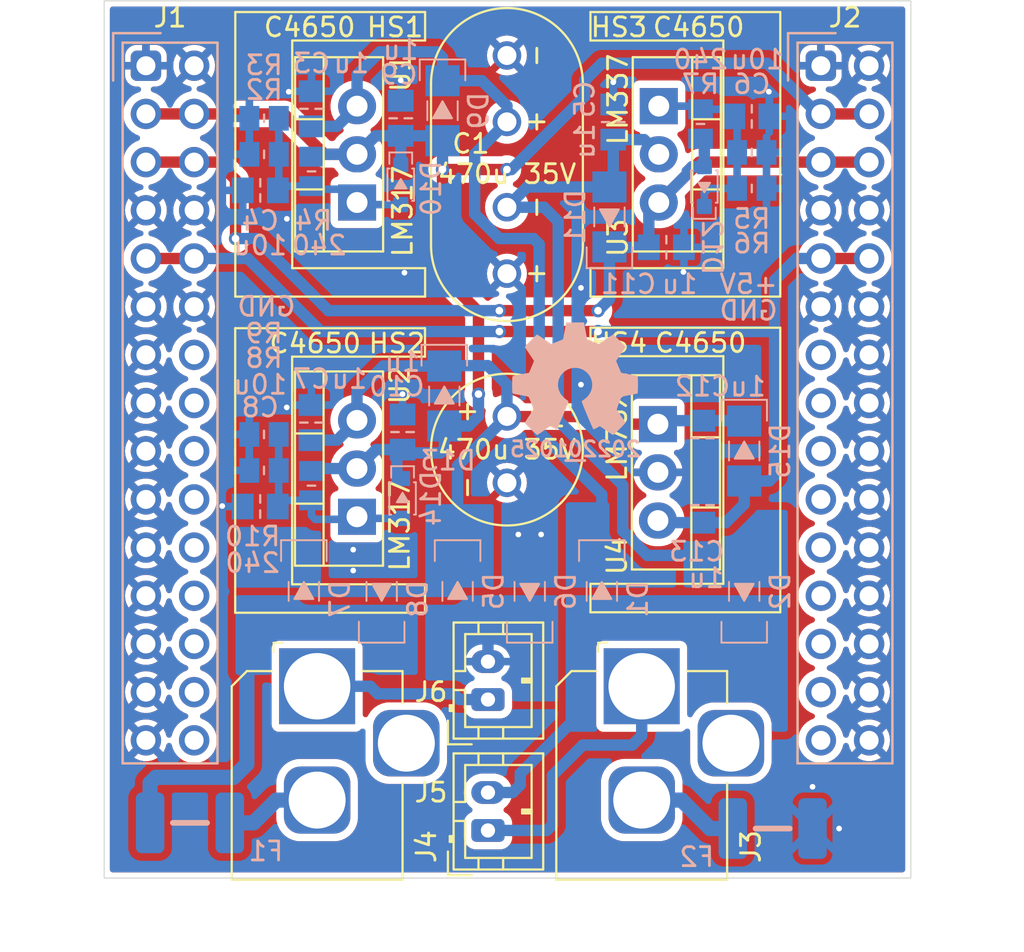
<source format=kicad_pcb>
(kicad_pcb (version 20221018) (generator pcbnew)
  (layers (0 "F.Cu" signal) (31 "B.Cu" signal) (34 "B.Paste" user) (35 "F.Paste" user) (36 "B.SilkS" user "B.Silkscreen") (37 "F.SilkS" user "F.Silkscreen") (38 "B.Mask" user) (39 "F.Mask" user) (44 "Edge.Cuts" user))
  (net 0 "")
  (net 1 "GND")
  (net 2 "/+5V")
  (net 3 "Net-(D10-A)")
  (net 4 "Net-(D14-A)")
  (net 18 "/AC1_PHASE")
  (net 19 "/AC2_PHASE")
  (net 20 "/AC2_NEUT")
  (net 21 "/DC2")
  (net 24 "/DC1p")
  (net 25 "/DC1n")
  (net 26 "/AC1_PHASE_IN")
  (net 27 "/AC2_PHASE_IN")
  (net 31 "/V+A")
  (net 32 "/V-A")
  (net 35 "Net-(D12-K)")
  (net 36 "Net-(F1-Pad1)")
  (net 37 "Net-(F2-Pad1)")
  (footprint "SquantorIC:TO-220-3_Vertical" (layer "F.Cu") (at 171.755 93.825 -90)
    (fp_text reference "U4")
    (fp_text value "LM78XX")
  )
  (footprint "SquantorConnectors:BarrelJack_Horizontal_Holed" (layer "F.Cu") (at 170.9 105.1 90)
    (fp_text reference "J3")
    (fp_text value "Jack-DC")
  )
  (footprint "SquantorConnectors:BarrelJack_Horizontal_Holed" (layer "F.Cu") (at 153.8 105.1 90)
    (fp_text reference "J4")
    (fp_text value "Jack-DC")
  )
  (footprint "SquantorIC:TO-220-3_Vertical" (layer "F.Cu") (at 171.8 77.06 -90)
    (fp_text reference "U3")
    (fp_text value "LM337")
  )
  (footprint "SquantorHeatsink:XSD_C4650" (layer "F.Cu") (at 154.4825 93.725 -90)
    (fp_text reference "HS2")
    (fp_text value "C4650")
  )
  (footprint "SquantorHeatsink:XSD_C4650" (layer "F.Cu") (at 154.4875 77.06 -90)
    (fp_text reference "HS1")
    (fp_text value "C4650")
  )
  (footprint "SquantorRcl:C-035-080-elco" (layer "F.Cu") (at 163.8 92.625 -90)
    (fp_text reference "C2")
    (fp_text value "470u 35V")
  )
  (footprint "SquantorIC:TO-220-3_Vertical" (layer "F.Cu") (at 155.905 77.06 90)
    (fp_text reference "U1")
    (fp_text value "LM317")
  )
  (footprint "SquantorHeatsink:XSD_C4650" (layer "F.Cu") (at 173.2 93.7 90)
    (fp_text reference "HS4")
    (fp_text value "C4650")
  )
  (footprint "SquantorHeatsink:XSD_C4650" (layer "F.Cu") (at 173.2 77.06 90)
    (fp_text reference "HS3")
    (fp_text value "C4650")
  )
  (footprint "SquantorRcl:Cx3-035-080-elco" (layer "F.Cu") (at 163.8 77.6 90)
    (fp_text reference "C1")
    (fp_text value "470u 35V")
  )
  (footprint "SquantorConnectorsNamed:module_2x15_right" (layer "F.Cu") (at 181.61 90.17)
    (fp_text reference "J2")
    (fp_text value "module_2x15_right_input")
  )
  (footprint "Connector_JST:JST_PH_B2B-PH-K_1x02_P2.00mm_Vertical" (layer "F.Cu") (at 162.8 112.7 90)
    (fp_text reference "J5")
    (fp_text value "Conn_01x02")
  )
  (footprint "Connector_JST:JST_PH_B2B-PH-K_1x02_P2.00mm_Vertical" (layer "F.Cu") (at 162.8 105.8 90)
    (fp_text reference "J6")
    (fp_text value "Conn_01x02")
  )
  (footprint "SquantorIC:TO-220-3_Vertical" (layer "F.Cu") (at 155.9 93.625 90)
    (fp_text reference "U2")
    (fp_text value "LM317")
  )
  (footprint "SquantorConnectorsNamed:module_2x15_left" (layer "F.Cu") (at 146.05 90.17)
    (fp_text reference "J1")
    (fp_text value "module_2x15_left_input")
  )
  (footprint "SquantorLabels:Label_Generic" (layer "B.Cu") (at 167.4 92.6 180)
    (fp_text reference "N1" hide)
    (fp_text value "202201025")
  )
  (footprint "Symbol:OSHW-Symbol_6.7x6mm_SilkScreen" (layer "B.Cu") (at 167.4 88.9 180)
    (fp_text reference "N2" hide)
    (fp_text value "OHWLOGO" hide)
  )
  (footprint "SquantorRcl:R_0805+0603" (layer "B.Cu") (at 151 93.725 180)
    (fp_text reference "R8")
    (fp_text value "R")
  )
  (footprint "SquantorRcl:C_0805+0603" (layer "B.Cu") (at 158.3 91.7 90)
    (fp_text reference "C10")
    (fp_text value "1u")
  )
  (footprint "SquantorRcl:C_0805+0603" (layer "B.Cu") (at 174.1 92.025 -90)
    (fp_text reference "C12")
    (fp_text value "1u")
  )
  (footprint "SquantorRcl:R_0805+0603" (layer "B.Cu") (at 151.005 77.06 180)
    (fp_text reference "R2")
    (fp_text value "R")
  )
  (footprint "SquantorRcl:F_1812-bourns" (layer "B.Cu") (at 177.8 112.6)
    (fp_text reference "F2")
    (fp_text value "Fuse")
  )
  (footprint "SquantorRcl:C_0805+0603" (layer "B.Cu") (at 158.205 75.16 90)
    (fp_text reference "C9")
    (fp_text value "1u")
  )
  (footprint "SquantorDiodes:SOD-123F-hand" (layer "B.Cu") (at 153.1 100.1 -90)
    (fp_text reference "D7")
    (fp_text value "D")
  )
  (footprint "SquantorDiodes:SOD-123F-hand" (layer "B.Cu") (at 176.3 100.1 90)
    (fp_text reference "D2")
    (fp_text value "D")
  )
  (footprint "SquantorDiodes:SOD-123F-hand" (layer "B.Cu") (at 169.2 80.36 90)
    (fp_text reference "D11")
    (fp_text value "D")
  )
  (footprint "SquantorRcl:C_0805+0603" (layer "B.Cu") (at 169.4 75.36 90)
    (fp_text reference "C5")
    (fp_text value "1u")
  )
  (footprint "SquantorRcl:R_0805+0603" (layer "B.Cu") (at 176.7 76.96)
    (fp_text reference "R5")
    (fp_text value "R")
  )
  (footprint "SquantorDiodes:SOD-323-nexperia-hand" (layer "B.Cu") (at 158.205 78.66 -90)
    (fp_text reference "D10")
    (fp_text value "D")
  )
  (footprint "SquantorDiodes:SOD-123F-hand" (layer "B.Cu") (at 168.8 100.1 -90)
    (fp_text reference "D1")
    (fp_text value "D")
  )
  (footprint "SquantorRcl:R_0805+0603" (layer "B.Cu") (at 153.5 94.525 90)
    (fp_text reference "R10")
    (fp_text value "240")
  )
  (footprint "SquantorRcl:C_0805+0603" (layer "B.Cu") (at 150.8 95.625 180)
    (fp_text reference "C8")
    (fp_text value "10u")
  )
  (footprint "SquantorRcl:R_0805+0603" (layer "B.Cu") (at 151.005 75.16 180)
    (fp_text reference "R3")
    (fp_text value "R")
  )
  (footprint "SquantorRcl:C_0805+0603" (layer "B.Cu") (at 174.1 95.55 90)
    (fp_text reference "C13")
    (fp_text value "1u")
  )
  (footprint "SquantorDiodes:SOD-123F-hand" (layer "B.Cu") (at 161.2 100.1 -90)
    (fp_text reference "D5")
    (fp_text value "D")
  )
  (footprint "SquantorRcl:C_0805+0603" (layer "B.Cu") (at 150.805 78.96 180)
    (fp_text reference "C4")
    (fp_text value "10u")
  )
  (footprint "SquantorDiodes:SOD-123F-hand" (layer "B.Cu") (at 160.405 74.76 -90)
    (fp_text reference "D9")
    (fp_text value "D")
  )
  (footprint "SquantorRcl:F_1812-bourns" (layer "B.Cu") (at 147.1 112.3 180)
    (fp_text reference "F1")
    (fp_text value "Fuse")
  )
  (footprint "SquantorRcl:R_0805+0603" (layer "B.Cu") (at 174 75.46 -90)
    (fp_text reference "R7")
    (fp_text value "240")
  )
  (footprint "SquantorDiodes:SOD-123F-hand" (layer "B.Cu") (at 160.5 89.8 -90)
    (fp_text reference "D13")
    (fp_text value "D")
  )
  (footprint "SquantorDiodes:SOD-123F-hand" (layer "B.Cu") (at 165 100.1 90)
    (fp_text reference "D6")
    (fp_text value "D")
  )
  (footprint "SquantorDiodes:SOD-323-nexperia-hand" (layer "B.Cu") (at 158.3 95.2 -90)
    (fp_text reference "D14")
    (fp_text value "D")
  )
  (footprint "SquantorRcl:C_0805+0603" (layer "B.Cu") (at 153.505 74.66 90)
    (fp_text reference "C3")
    (fp_text value "1u")
  )
  (footprint "SquantorRcl:C_0805+0603" (layer "B.Cu") (at 176.7 75.06)
    (fp_text reference "C6")
    (fp_text value "10u")
  )
  (footprint "SquantorDiodes:SOD-323-nexperia-hand" (layer "B.Cu") (at 174.2 78.76 90)
    (fp_text reference "D12")
    (fp_text value "D")
  )
  (footprint "SquantorRcl:R_0805+0603" (layer "B.Cu") (at 176.7 78.86)
    (fp_text reference "R6")
    (fp_text value "R")
  )
  (footprint "SquantorRcl:C_0805+0603" (layer "B.Cu") (at 172.2 81.96)
    (fp_text reference "C11")
    (fp_text value "1u")
  )
  (footprint "SquantorRcl:R_0805+0603" (layer "B.Cu") (at 153.505 77.96 90)
    (fp_text reference "R4")
    (fp_text value "240")
  )
  (footprint "SquantorDiodes:SOD-123F-hand" (layer "B.Cu") (at 176.3 92.7 -90)
    (fp_text reference "D15")
    (fp_text value "D")
  )
  (footprint "SquantorRcl:R_0805+0603" (layer "B.Cu") (at 151 91.825 180)
    (fp_text reference "R9")
    (fp_text value "R")
  )
  (footprint "SquantorDiodes:SOD-123F-hand" (layer "B.Cu") (at 157.2 100.1 90)
    (fp_text reference "D8")
    (fp_text value "D")
  )
  (footprint "SquantorRcl:C_0805+0603" (layer "B.Cu") (at 153.5 91.2 90)
    (fp_text reference "C7")
    (fp_text value "1u")
  )
  (gr_rect (start 142.58 68.97) (end 185.08 115.21) (stroke (width 0.05)) (fill none) (layer "Edge.Cuts"))
  (via (at 158.3 89.7) (size 0.6) (drill 0.3) (layers "F.Cu" "B.Cu") (net 1))
  (via (at 169.4 73.26) (size 0.6) (drill 0.3) (layers "F.Cu" "B.Cu") (net 1))
  (via (at 158.4 83.3) (size 0.6) (drill 0.3) (layers "F.Cu" "B.Cu") (net 1))
  (via (at 167.7 89.2) (size 0.6) (drill 0.3) (layers "F.Cu" "B.Cu") (net 1))
  (via (at 158.205 73.16) (size 0.6) (drill 0.3) (layers "F.Cu" "B.Cu") (net 1))
  (via (at 165.6 97.1) (size 0.6) (drill 0.3) (layers "F.Cu" "B.Cu") (net 1))
  (via (at 155.7 99) (size 0.6) (drill 0.3) (layers "F.Cu" "B.Cu") (net 1))
  (via (at 173.1 83.26) (size 0.6) (drill 0.3) (layers "F.Cu" "B.Cu") (net 1))
  (via (at 179.9 110.4) (size 0.6) (drill 0.3) (layers "F.Cu" "B.Cu") (net 1))
  (via (at 152.305 73.76) (size 0.6) (drill 0.3) (layers "F.Cu" "B.Cu") (net 1))
  (via (at 167.7 84.1) (size 0.6) (drill 0.3) (layers "F.Cu" "B.Cu") (net 1))
  (via (at 164.4 97.1) (size 0.6) (drill 0.3) (layers "F.Cu" "B.Cu") (net 1))
  (via (at 152.2 90.4) (size 0.6) (drill 0.3) (layers "F.Cu" "B.Cu") (net 1))
  (via (at 155.7 97.9) (size 0.6) (drill 0.3) (layers "F.Cu" "B.Cu") (net 1))
  (via (at 152.205 80.46) (size 0.6) (drill 0.3) (layers "F.Cu" "B.Cu") (net 1))
  (via (at 148.8 95.6) (size 0.6) (drill 0.3) (layers "F.Cu" "B.Cu") (net 1))
  (via (at 181.3 112.6) (size 0.6) (drill 0.3) (layers "F.Cu" "B.Cu") (net 1))
  (via (at 177.6 73.76) (size 0.6) (drill 0.3) (layers "F.Cu" "B.Cu") (net 1))
  (segment (start 182.88 82.55) (end 180.34 82.55) (width 0.6) (layer "F.Cu") (net 2))
  (segment (start 168.6 86.4) (end 163.4 86.4) (width 0.6) (layer "F.Cu") (net 2))
  (segment (start 147.32 82.55) (end 144.78 82.55) (width 0.6) (layer "F.Cu") (net 2))
  (via (at 163.4 86.4) (size 0.7) (drill 0.4) (layers "F.Cu" "B.Cu") (net 2))
  (via (at 168.6 86.4) (size 0.7) (drill 0.4) (layers "F.Cu" "B.Cu") (net 2))
  (segment (start 163.4 86.4) (end 154 86.4) (width 0.6) (layer "B.Cu") (net 2))
  (segment (start 177.62 94.28) (end 177.9 94) (width 0.6) (layer "B.Cu") (net 2))
  (segment (start 174.1 96.475) (end 171.865 96.475) (width 0.6) (layer "B.Cu") (net 2))
  (segment (start 168.6 86.4) (end 177.9 86.4) (width 0.6) (layer "B.Cu") (net 2))
  (segment (start 176.3 94.28) (end 177.62 94.28) (width 0.6) (layer "B.Cu") (net 2))
  (segment (start 175.325 96.475) (end 176.3 95.5) (width 0.6) (layer "B.Cu") (net 2))
  (segment (start 177.9 83.7) (end 179.05 82.55) (width 0.6) (layer "B.Cu") (net 2))
  (segment (start 154 86.4) (end 150.15 82.55) (width 0.6) (layer "B.Cu") (net 2))
  (segment (start 177.9 94) (end 177.9 86.4) (width 0.6) (layer "B.Cu") (net 2))
  (segment (start 177.9 86.4) (end 177.9 83.7) (width 0.6) (layer "B.Cu") (net 2))
  (segment (start 150.15 82.55) (end 147.32 82.55) (width 0.6) (layer "B.Cu") (net 2))
  (segment (start 179.05 82.55) (end 180.34 82.55) (width 0.6) (layer "B.Cu") (net 2))
  (segment (start 174.1 96.475) (end 175.325 96.475) (width 0.6) (layer "B.Cu") (net 2))
  (segment (start 176.3 95.5) (end 176.3 94.28) (width 0.6) (layer "B.Cu") (net 2))
  (segment (start 171.865 96.475) (end 171.755 96.365) (width 0.6) (layer "B.Cu") (net 2))
  (segment (start 151.78 78.91) (end 151.73 78.96) (width 0.4) (layer "B.Cu") (net 3))
  (segment (start 153.67 78.9) (end 153.505 78.735) (width 0.4) (layer "B.Cu") (net 3))
  (segment (start 151.78 77.06) (end 151.78 78.91) (width 0.4) (layer "B.Cu") (net 3))
  (segment (start 153.505 78.735) (end 151.955 78.735) (width 0.4) (layer "B.Cu") (net 3))
  (segment (start 151.78 75.16) (end 151.78 77.06) (width 0.4) (layer "B.Cu") (net 3))
  (segment (start 158.205 79.71) (end 156.015 79.71) (width 0.4) (layer "B.Cu") (net 3))
  (segment (start 155.905 79.6) (end 155.205 78.9) (width 0.4) (layer "B.Cu") (net 3))
  (segment (start 151.955 78.735) (end 151.73 78.96) (width 0.4) (layer "B.Cu") (net 3))
  (segment (start 155.205 78.9) (end 153.67 78.9) (width 0.4) (layer "B.Cu") (net 3))
  (segment (start 156.015 79.71) (end 155.905 79.6) (width 0.4) (layer "B.Cu") (net 3))
  (segment (start 155.985 96.25) (end 155.9 96.165) (width 0.4) (layer "B.Cu") (net 4))
  (segment (start 155.765 96.3) (end 155.9 96.165) (width 0.4) (layer "B.Cu") (net 4))
  (segment (start 153.5 95.3) (end 152.05 95.3) (width 0.4) (layer "B.Cu") (net 4))
  (segment (start 153.5 96.1) (end 153.7 96.3) (width 0.4) (layer "B.Cu") (net 4))
  (segment (start 153.7 96.3) (end 155.765 96.3) (width 0.4) (layer "B.Cu") (net 4))
  (segment (start 151.775 95.575) (end 151.725 95.625) (width 0.4) (layer "B.Cu") (net 4))
  (segment (start 158.3 96.25) (end 155.985 96.25) (width 0.4) (layer "B.Cu") (net 4))
  (segment (start 153.5 95.3) (end 153.5 96.1) (width 0.4) (layer "B.Cu") (net 4))
  (segment (start 151.775 91.825) (end 151.775 95.575) (width 0.4) (layer "B.Cu") (net 4))
  (segment (start 152.05 95.3) (end 151.725 95.625) (width 0.4) (layer "B.Cu") (net 4))
  (segment (start 164.5 110.3) (end 164.1 110.7) (width 0.6) (layer "B.Cu") (net 18))
  (segment (start 164.1 110.7) (end 162.8 110.7) (width 0.6) (layer "B.Cu") (net 18))
  (segment (start 167.2 107) (end 164.5 109.7) (width 0.6) (layer "B.Cu") (net 18))
  (segment (start 176.3 101.68) (end 167.52 101.68) (width 0.6) (layer "B.Cu") (net 18))
  (segment (start 164.5 109.7) (end 164.5 110.3) (width 0.6) (layer "B.Cu") (net 18))
  (segment (start 167.52 101.68) (end 167.2 102) (width 0.6) (layer "B.Cu") (net 18))
  (segment (start 167.2 102) (end 167.2 107) (width 0.6) (layer "B.Cu") (net 18))
  (segment (start 162.8 103.8) (end 162.8 101.78) (width 0.6) (layer "B.Cu") (net 19))
  (segment (start 162.7 101.68) (end 165 101.68) (width 0.6) (layer "B.Cu") (net 19))
  (segment (start 162.8 101.78) (end 162.7 101.68) (width 0.6) (layer "B.Cu") (net 19))
  (segment (start 162.7 101.68) (end 161.2 101.68) (width 0.6) (layer "B.Cu") (net 19))
  (segment (start 150.1 103) (end 151.42 101.68) (width 0.8) (layer "B.Cu") (net 20))
  (segment (start 150.1 109.2) (end 150.1 103) (width 0.8) (layer "B.Cu") (net 20))
  (segment (start 145 112.3) (end 145 110.2) (width 0.8) (layer "B.Cu") (net 20))
  (segment (start 145 110.2) (end 145.3 109.9) (width 0.8) (layer "B.Cu") (net 20))
  (segment (start 151.42 101.68) (end 153.1 101.68) (width 0.8) (layer "B.Cu") (net 20))
  (segment (start 145.3 109.9) (end 149.4 109.9) (width 0.8) (layer "B.Cu") (net 20))
  (segment (start 157.2 101.68) (end 153.1 101.68) (width 0.6) (layer "B.Cu") (net 20))
  (segment (start 149.4 109.9) (end 150.1 109.2) (width 0.8) (layer "B.Cu") (net 20))
  (segment (start 169.7 90.885) (end 163.81 90.885) (width 0.6) (layer "F.Cu") (net 21))
  (segment (start 170.1 91.285) (end 171.755 91.285) (width 0.6) (layer "F.Cu") (net 21))
  (segment (start 170.1 91.285) (end 169.7 90.885) (width 0.6) (layer "F.Cu") (net 21))
  (segment (start 163.81 90.885) (end 163.8 90.875) (width 0.6) (layer "F.Cu") (net 21))
  (segment (start 174.1 91.1) (end 171.94 91.1) (width 0.6) (layer "B.Cu") (net 21))
  (segment (start 174.1 91.1) (end 176.28 91.1) (width 0.6) (layer "B.Cu") (net 21))
  (segment (start 161.2 93.475) (end 163.8 90.875) (width 0.6) (layer "B.Cu") (net 21))
  (segment (start 171.745 91.275) (end 171.755 91.285) (width 0.6) (layer "B.Cu") (net 21))
  (segment (start 171.94 91.1) (end 171.755 91.285) (width 0.6) (layer "B.Cu") (net 21))
  (segment (start 161.2 99.8) (end 160.9 100.1) (width 0.6) (layer "B.Cu") (net 21))
  (segment (start 153.5 92.125) (end 154.86 92.125) (width 0.6) (layer "B.Cu") (net 21))
  (segment (start 176.28 91.1) (end 176.3 91.12) (width 0.6) (layer "B.Cu") (net 21))
  (segment (start 163.8 90.875) (end 163.8 89.2) (width 0.6) (layer "B.Cu") (net 21))
  (segment (start 155.9 91.085) (end 155.9 89.6) (width 0.6) (layer "B.Cu") (net 21))
  (segment (start 161.2 93.875) (end 161.2 99.8) (width 0.6) (layer "B.Cu") (net 21))
  (segment (start 162.8 88.2) (end 160.52 88.2) (width 0.6) (layer "B.Cu") (net 21))
  (segment (start 153.4 100.1) (end 153.1 99.8) (width 0.6) (layer "B.Cu") (net 21))
  (segment (start 157.28 88.22) (end 160.5 88.22) (width 0.6) (layer "B.Cu") (net 21))
  (segment (start 154.86 92.125) (end 155.9 91.085) (width 0.6) (layer "B.Cu") (net 21))
  (segment (start 160.52 88.2) (end 160.5 88.22) (width 0.6) (layer "B.Cu") (net 21))
  (segment (start 155.9 89.6) (end 157.28 88.22) (width 0.6) (layer "B.Cu") (net 21))
  (segment (start 163.8 89.2) (end 162.8 88.2) (width 0.6) (layer "B.Cu") (net 21))
  (segment (start 160.9 100.1) (end 153.4 100.1) (width 0.6) (layer "B.Cu") (net 21))
  (segment (start 153.1 99.8) (end 153.1 98.92) (width 0.6) (layer "B.Cu") (net 21))
  (segment (start 160.405 73.18) (end 162.48 73.18) (width 0.6) (layer "B.Cu") (net 24))
  (segment (start 165.2 81.5) (end 165.5 81.8) (width 0.6) (layer "B.Cu") (net 24))
  (segment (start 160.405 73.18) (end 160.405 71.96) (width 0.6) (layer "B.Cu") (net 24))
  (segment (start 163.8 74.5) (end 163.8 75.35) (width 0.6) (layer "B.Cu") (net 24))
  (segment (start 162.1 80.2) (end 163.4 81.5) (width 0.6) (layer "B.Cu") (net 24))
  (segment (start 162.1 77.05) (end 162.1 80.2) (width 0.6) (layer "B.Cu") (net 24))
  (segment (start 154.84 75.585) (end 155.905 74.52) (width 0.6) (layer "B.Cu") (net 24))
  (segment (start 153.505 75.585) (end 154.84 75.585) (width 0.6) (layer "B.Cu") (net 24))
  (segment (start 160.405 71.96) (end 160.105 71.66) (width 0.6) (layer "B.Cu") (net 24))
  (segment (start 155.905 72.86) (end 155.905 74.52) (width 0.6) (layer "B.Cu") (net 24))
  (segment (start 160.105 71.66) (end 157.105 71.66) (width 0.6) (layer "B.Cu") (net 24))
  (segment (start 163.8 75.35) (end 162.1 77.05) (width 0.6) (layer "B.Cu") (net 24))
  (segment (start 157.105 71.66) (end 155.905 72.86) (width 0.6) (layer "B.Cu") (net 24))
  (segment (start 162.48 73.18) (end 163.8 74.5) (width 0.6) (layer "B.Cu") (net 24))
  (segment (start 165.5 91.7) (end 168.8 95) (width 0.6) (layer "B.Cu") (net 24))
  (segment (start 163.4 81.5) (end 165.2 81.5) (width 0.6) (layer "B.Cu") (net 24))
  (segment (start 165.5 81.8) (end 165.5 91.7) (width 0.6) (layer "B.Cu") (net 24))
  (segment (start 168.8 95) (end 168.8 98.92) (width 0.6) (layer "B.Cu") (net 24))
  (segment (start 164.87 78.78) (end 163.8 79.85) (width 0.6) (layer "B.Cu") (net 25))
  (segment (start 171.8 77.06) (end 171.025 76.285) (width 0.6) (layer "B.Cu") (net 25))
  (segment (start 171.025 76.285) (end 169.4 76.285) (width 0.6) (layer "B.Cu") (net 25))
  (segment (start 163.8 80.125) (end 163.8 79.85) (width 0.6) (layer "B.Cu") (net 25))
  (segment (start 171.2 98.2) (end 169.9 96.9) (width 0.6) (layer "B.Cu") (net 25))
  (segment (start 166.5 80.6) (end 165.75 79.85) (width 0.6) (layer "B.Cu") (net 25))
  (segment (start 174.3 98.2) (end 171.2 98.2) (width 0.6) (layer "B.Cu") (net 25))
  (segment (start 176.3 98.52) (end 174.62 98.52) (width 0.6) (layer "B.Cu") (net 25))
  (segment (start 166.5 91.1) (end 166.5 80.6) (width 0.6) (layer "B.Cu") (net 25))
  (segment (start 169.4 78.58) (end 169.2 78.78) (width 0.6) (layer "B.Cu") (net 25))
  (segment (start 174.62 98.52) (end 174.3 98.2) (width 0.6) (layer "B.Cu") (net 25))
  (segment (start 169.4 76.285) (end 169.4 78.58) (width 0.6) (layer "B.Cu") (net 25))
  (segment (start 169.9 94.5) (end 166.5 91.1) (width 0.6) (layer "B.Cu") (net 25))
  (segment (start 165.75 79.85) (end 163.8 79.85) (width 0.6) (layer "B.Cu") (net 25))
  (segment (start 169.9 96.9) (end 169.9 94.5) (width 0.6) (layer "B.Cu") (net 25))
  (segment (start 169.2 78.78) (end 169.18 78.76) (width 0.6) (layer "B.Cu") (net 25))
  (segment (start 169.2 78.78) (end 164.87 78.78) (width 0.6) (layer "B.Cu") (net 25))
  (segment (start 170.4 108.2) (end 170.9 107.7) (width 0.6) (layer "B.Cu") (net 26))
  (segment (start 170.9 107.7) (end 170.9 105.1) (width 0.6) (layer "B.Cu") (net 26))
  (segment (start 162.8 112.7) (end 165.9 112.7) (width 0.6) (layer "B.Cu") (net 26))
  (segment (start 166.2 112.4) (end 166.2 109.8) (width 0.6) (layer "B.Cu") (net 26))
  (segment (start 167.8 108.2) (end 170.4 108.2) (width 0.6) (layer "B.Cu") (net 26))
  (segment (start 166.2 109.8) (end 167.8 108.2) (width 0.6) (layer "B.Cu") (net 26))
  (segment (start 165.9 112.7) (end 166.2 112.4) (width 0.6) (layer "B.Cu") (net 26))
  (segment (start 153.8 105.1) (end 156.6 105.1) (width 0.6) (layer "B.Cu") (net 27))
  (segment (start 156.6 105.1) (end 157 105.5) (width 0.6) (layer "B.Cu") (net 27))
  (segment (start 161.3 105.8) (end 162.8 105.8) (width 0.6) (layer "B.Cu") (net 27))
  (segment (start 161 105.5) (end 161.3 105.8) (width 0.6) (layer "B.Cu") (net 27))
  (segment (start 157 105.5) (end 161 105.5) (width 0.6) (layer "B.Cu") (net 27))
  (segment (start 147.32 74.93) (end 152.060786 74.93) (width 0.6) (layer "F.Cu") (net 31))
  (segment (start 163.8 77.86) (end 160.405 77.86) (width 0.6) (layer "F.Cu") (net 31))
  (segment (start 162.3 85.35) (end 160.405 83.455) (width 0.6) (layer "F.Cu") (net 31))
  (segment (start 160.405 83.455) (end 160.405 77.86) (width 0.6) (layer "F.Cu") (net 31))
  (segment (start 182.88 74.93) (end 180.34 74.93) (width 0.6) (layer "F.Cu") (net 31))
  (segment (start 152.060786 74.93) (end 154.190786 77.06) (width 0.6) (layer "F.Cu") (net 31))
  (segment (start 162.3 89.7) (end 162.3 85.35) (width 0.6) (layer "F.Cu") (net 31))
  (segment (start 144.78 74.93) (end 147.32 74.93) (width 0.6) (layer "F.Cu") (net 31))
  (segment (start 154.190786 77.06) (end 155.905 77.06) (width 0.6) (layer "F.Cu") (net 31))
  (via (at 163.8 77.86) (size 0.7) (drill 0.4) (layers "F.Cu" "B.Cu") (net 31))
  (via (at 162.3 89.7) (size 0.7) (drill 0.4) (layers "F.Cu" "B.Cu") (net 31))
  (via (at 160.405 77.86) (size 0.7) (drill 0.4) (layers "F.Cu" "B.Cu") (net 31))
  (segment (start 153.63 77.06) (end 153.505 77.185) (width 0.6) (layer "B.Cu") (net 31))
  (segment (start 156.9 92.625) (end 155.9 93.625) (width 0.6) (layer "B.Cu") (net 31))
  (segment (start 160.405 77.86) (end 160.405 76.34) (width 0.6) (layer "B.Cu") (net 31))
  (segment (start 161.77 91.38) (end 160.5 91.38) (width 0.6) (layer "B.Cu") (net 31))
  (segment (start 180.184214 74.93) (end 180.34 74.93) (width 0.6) (layer "B.Cu") (net 31))
  (segment (start 167.9 73.16) (end 168.8 72.26) (width 0.6) (layer "B.Cu") (net 31))
  (segment (start 164.04 77.86) (end 167.9 74) (width 0.6) (layer "B.Cu") (net 31))
  (segment (start 163.8 77.86) (end 164.04 77.86) (width 0.6) (layer "B.Cu") (net 31))
  (segment (start 160.15 76.085) (end 160.405 76.34) (width 0.6) (layer "B.Cu") (net 31))
  (segment (start 158.205 76.085) (end 156.88 76.085) (width 0.6) (layer "B.Cu") (net 31))
  (segment (start 155.905 77.06) (end 153.63 77.06) (width 0.6) (layer "B.Cu") (net 31))
  (segment (start 160.3 92.8) (end 158.475 92.8) (width 0.6) (layer "B.Cu") (net 31))
  (segment (start 168.8 72.26) (end 177.514214 72.26) (width 0.6) (layer "B.Cu") (net 31))
  (segment (start 167.9 74) (end 167.9 73.16) (width 0.6) (layer "B.Cu") (net 31))
  (segment (start 158.205 76.085) (end 160.15 76.085) (width 0.6) (layer "B.Cu") (net 31))
  (segment (start 158.3 92.625) (end 156.9 92.625) (width 0.6) (layer "B.Cu") (net 31))
  (segment (start 158 92.925) (end 158.3 92.625) (width 0.6) (layer "B.Cu") (net 31))
  (segment (start 155.9 93.625) (end 153.625 93.625) (width 0.6) (layer "B.Cu") (net 31))
  (segment (start 177.514214 72.26) (end 180.184214 74.93) (width 0.6) (layer "B.Cu") (net 31))
  (segment (start 160.5 91.38) (end 160.5 92.6) (width 0.6) (layer "B.Cu") (net 31))
  (segment (start 156.88 76.085) (end 155.905 77.06) (width 0.6) (layer "B.Cu") (net 31))
  (segment (start 158.475 92.8) (end 158.3 92.625) (width 0.6) (layer "B.Cu") (net 31))
  (segment (start 160.5 92.6) (end 160.3 92.8) (width 0.6) (layer "B.Cu") (net 31))
  (segment (start 153.625 93.625) (end 153.5 93.75) (width 0.6) (layer "B.Cu") (net 31))
  (segment (start 158.205 77.61) (end 158.205 76.085) (width 0.6) (layer "B.Cu") (net 31))
  (segment (start 162.3 90.85) (end 161.77 91.38) (width 0.6) (layer "B.Cu") (net 31))
  (segment (start 162.3 89.7) (end 162.3 90.85) (width 0.6) (layer "B.Cu") (net 31))
  (segment (start 158 94.2) (end 158 92.925) (width 0.6) (layer "B.Cu") (net 31))
  (segment (start 180.34 77.47) (end 174.37 77.47) (width 0.6) (layer "F.Cu") (net 32))
  (segment (start 148.57 77.47) (end 147.32 77.47) (width 0.6) (layer "F.Cu") (net 32))
  (segment (start 144.78 77.47) (end 147.32 77.47) (width 0.6) (layer "F.Cu") (net 32))
  (segment (start 182.88 77.47) (end 180.34 77.47) (width 0.6) (layer "F.Cu") (net 32))
  (segment (start 149.5 81.5) (end 149.5 78.4) (width 0.6) (layer "F.Cu") (net 32))
  (segment (start 174.37 77.47) (end 173.93 77.47) (width 0.6) (layer "F.Cu") (net 32))
  (segment (start 173.93 77.47) (end 171.8 79.6) (width 0.6) (layer "F.Cu") (net 32))
  (segment (start 163.4 85.300497) (end 168.599503 85.300497) (width 0.6) (layer "F.Cu") (net 32))
  (segment (start 149.5 78.4) (end 148.57 77.47) (width 0.6) (layer "F.Cu") (net 32))
  (via (at 168.599503 85.300497) (size 0.7) (drill 0.4) (layers "F.Cu" "B.Cu") (net 32))
  (via (at 149.5 81.5) (size 0.7) (drill 0.4) (layers "F.Cu" "B.Cu") (net 32))
  (via (at 163.4 85.300497) (size 0.7) (drill 0.4) (layers "F.Cu" "B.Cu") (net 32))
  (segment (start 171.275 81.96) (end 169.22 81.96) (width 0.6) (layer "B.Cu") (net 32))
  (segment (start 169.2 84.7) (end 169.2 81.94) (width 0.6) (layer "B.Cu") (net 32))
  (segment (start 149.5 81.5) (end 150.6 81.5) (width 0.6) (layer "B.Cu") (net 32))
  (segment (start 169.22 81.96) (end 169.2 81.94) (width 0.6) (layer "B.Cu") (net 32))
  (segment (start 174.2 76.435) (end 174.2 77.71) (width 0.6) (layer "B.Cu") (net 32))
  (segment (start 173.3 78.1) (end 171.8 79.6) (width 0.6) (layer "B.Cu") (net 32))
  (segment (start 171.275 81.96) (end 171.275 80.125) (width 0.6) (layer "B.Cu") (net 32))
  (segment (start 168.599503 85.300497) (end 169.2 84.7) (width 0.6) (layer "B.Cu") (net 32))
  (segment (start 174.2 77.71) (end 173.55 77.71) (width 0.6) (layer "B.Cu") (net 32))
  (segment (start 171.275 80.125) (end 171.8 79.6) (width 0.6) (layer "B.Cu") (net 32))
  (segment (start 150.6 81.5) (end 154.400497 85.300497) (width 0.6) (layer "B.Cu") (net 32))
  (segment (start 174 76.235) (end 174.2 76.435) (width 0.6) (layer "B.Cu") (net 32))
  (segment (start 173.3 77.96) (end 173.3 78.1) (width 0.6) (layer "B.Cu") (net 32))
  (segment (start 173.55 77.71) (end 173.3 77.96) (width 0.6) (layer "B.Cu") (net 32))
  (segment (start 154.400497 85.300497) (end 163.4 85.300497) (width 0.6) (layer "B.Cu") (net 32))
  (segment (start 175.925 78.86) (end 174.44 78.86) (width 0.4) (layer "B.Cu") (net 35))
  (segment (start 171.8 74.52) (end 173.835 74.52) (width 0.4) (layer "B.Cu") (net 35))
  (segment (start 175.775 75.06) (end 175.925 75.21) (width 0.4) (layer "B.Cu") (net 35))
  (segment (start 174 74.685) (end 175.4 74.685) (width 0.4) (layer "B.Cu") (net 35))
  (segment (start 175.925 75.21) (end 175.925 76.96) (width 0.4) (layer "B.Cu") (net 35))
  (segment (start 174.44 78.86) (end 174.2 79.1) (width 0.4) (layer "B.Cu") (net 35))
  (segment (start 175.925 76.96) (end 175.925 78.86) (width 0.4) (layer "B.Cu") (net 35))
  (segment (start 174.2 79.1) (end 174.2 79.81) (width 0.4) (layer "B.Cu") (net 35))
  (segment (start 175.4 74.685) (end 175.775 75.06) (width 0.4) (layer "B.Cu") (net 35))
  (segment (start 173.835 74.52) (end 174 74.685) (width 0.4) (layer "B.Cu") (net 35))
  (segment (start 151.65 111.1) (end 153.8 111.1) (width 0.8) (layer "B.Cu") (net 36))
  (segment (start 150.45 112.3) (end 151.65 111.1) (width 0.8) (layer "B.Cu") (net 36))
  (segment (start 149.2 112.3) (end 150.45 112.3) (width 0.8) (layer "B.Cu") (net 36))
  (segment (start 174.5 112.6) (end 173 111.1) (width 0.8) (layer "B.Cu") (net 37))
  (segment (start 175.7 112.6) (end 174.5 112.6) (width 0.8) (layer "B.Cu") (net 37))
  (segment (start 173 111.1) (end 170.9 111.1) (width 0.8) (layer "B.Cu") (net 37))
  (zone (net 1) (net_name "GND") (layers "F&B.Cu") (connect_pads (clearance 0.3)) (min_thickness 0.3) (fill yes (thermal_gap 0.3) (thermal_bridge_width 0.4))
    (polygon (pts (xy 185.08 115.21) (xy 142.58 115.21) (xy 142.58 68.97) (xy 185.1 68.97)))
  )
  (zone (net 25) (net_name "/DC1n") (layer "B.Cu") (priority 1) (connect_pads thru_hole_only (clearance 0.3)) (min_thickness 0.3) (fill yes (thermal_gap 0.3) (thermal_bridge_width 0.4))
    (polygon (pts (xy 178.6 100.3) (xy 173.1 100.3) (xy 173.1 95.8) (xy 178.6 95.8)))
  )
  (zone (net 24) (net_name "/DC1p") (layer "B.Cu") (priority 1) (connect_pads yes (clearance 0.3)) (min_thickness 0.3) (fill yes (thermal_gap 0.3) (thermal_bridge_width 0.4))
    (polygon (pts (xy 172.7 99.9) (xy 166.9 99.9) (xy 166.9 95.4) (xy 172.7 95.4)))
  )
  (zone (net 18) (net_name "/AC1_PHASE") (layer "B.Cu") (priority 1) (connect_pads yes (clearance 0.3)) (min_thickness 0.3) (fill yes (thermal_gap 0.3) (thermal_bridge_width 0.4))
    (polygon (pts (xy 178.6 107.5) (xy 166.9 107.5) (xy 166.9 100.3) (xy 178.6 100.3)))
  )
  (zone (net 19) (net_name "/AC2_PHASE") (layer "B.Cu") (priority 1) (connect_pads thru_hole_only (clearance 0.3)) (min_thickness 0.3) (fill yes (thermal_gap 0.3) (thermal_bridge_width 0.4))
    (polygon (pts (xy 166.5 105.9) (xy 159.5 105.9) (xy 159.5 100.3) (xy 166.5 100.3)))
  )
  (zone (net 21) (net_name "/DC2") (layer "B.Cu") (priority 3) (connect_pads (clearance 0.3)) (min_thickness 0.25) (fill yes (thermal_gap 0.5) (thermal_bridge_width 0.5))
    (polygon (pts (xy 163.1 99.9) (xy 163.1 95.5) (xy 159.5 95.5) (xy 159.5 99.9)))
  )
  (zone (net 20) (net_name "/AC2_NEUT") (layer "B.Cu") (priority 1) (connect_pads thru_hole_only (clearance 0.3)) (min_thickness 0.3) (fill yes (thermal_gap 0.3) (thermal_bridge_width 0.4))
    (polygon (pts (xy 159.1 104.5) (xy 149.5 104.5) (xy 149.5 100.3) (xy 159.1 100.3)))
  )
  (zone (net 21) (net_name "/DC2") (layer "B.Cu") (priority 2) (connect_pads yes (clearance 0.3)) (min_thickness 0.25) (fill yes (thermal_gap 0.5) (thermal_bridge_width 0.5))
    (polygon (pts (xy 154 99.9) (xy 149.5 99.9) (xy 149.5 96.7) (xy 154 96.7)))
  )
)
</source>
